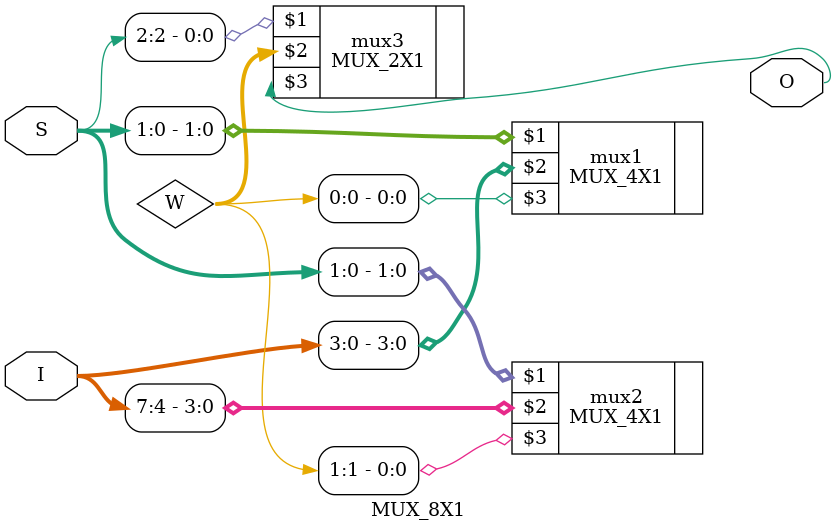
<source format=v>
`timescale 1ns / 1ps

// Author      : Venu Pabbuleti 
// ID          : N180116
//Branch       : ECE
//Project Name : RTL design using Verilog
//Design  Name : 8 TO 1 MUX USING 4X1 MUX AND 2X1 MUX
//Module  Name : MUX MAIN DESIGN MODULE
//RGUKT NUZVID 
//////////////////////////////////////////////////////////////////////////////////


module MUX_8X1(S,I,O);
input [2:0]S;
input [7:0]I;
output O;

wire [1:0]W;
MUX_4X1 mux1(S[1:0],I[3:0],W[0]);
MUX_4X1 mux2(S[1:0],I[7:4],W[1]);
MUX_2X1 mux3(S[2],W,O);

endmodule

</source>
